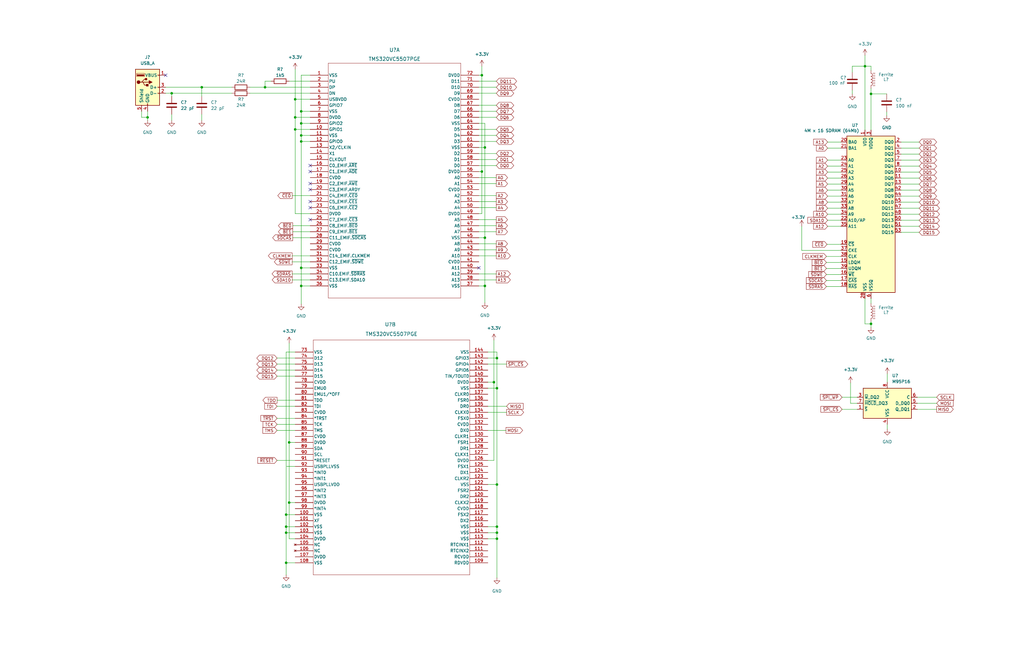
<source format=kicad_sch>
(kicad_sch (version 20211123) (generator eeschema)
  (paper "B")
  (lib_symbols
    (symbol "Beirdo:M95P16"
      (property "Reference" "U?" (at 2.0194 10.16 0))
      (property "Value" "M95P16" (at 2.0194 7.62 0))
      (symbol "M95P16_1_1"
        (rectangle (start -10.16 6.35) (end 10.16 -6.35) (stroke (width 0.254)) (fill (type background)))
        (pin input line (at -12.7 -2.54 0) (length 2.54) (name "~{S}") (number "1"))
        (pin output line (at 12.7 -2.54 180) (length 2.54) (name "Q_DQ1") (number "2"))
        (pin input line (at -12.7 2.54 0) (length 2.54) (name "~{W}_DQ2") (number "3"))
        (pin power_in line (at 0 -8.89 90) (length 2.54) (name "VSS") (number "4"))
        (pin input line (at 12.7 0 180) (length 2.54) (name "D_DQ0") (number "5"))
        (pin input line (at 12.7 2.54 180) (length 2.54) (name "C") (number "6"))
        (pin input line (at -12.7 0 0) (length 2.54) (name "~{HOLD}_DQ3") (number "7"))
        (pin power_in line (at 0 8.89 270) (length 2.54) (name "VCC") (number "8"))
      )
    )
    (symbol "Connector:USB_A" (pin_names (offset 1.016))
      (property "Reference" "J" (at -5.08 11.43 0))
      (property "Value" "USB_A" (at -5.08 8.89 0))
      (symbol "USB_A_0_1"
        (rectangle (start -5.08 -7.62) (end 5.08 7.62) (stroke (width 0.254)) (fill (type background)))
        (circle (center -3.81 2.159) (radius 0.635) (stroke (width 0.254)) (fill (type outline)))
        (rectangle (start -1.524 4.826) (end -4.318 5.334) (fill (type outline)))
        (rectangle (start -1.27 4.572) (end -4.572 5.842))
        (circle (center -0.635 3.429) (radius 0.381) (stroke (width 0.254)) (fill (type outline)))
        (rectangle (start -0.127 -7.62) (end 0.127 -6.858))
        (polyline (pts (xy -3.175 2.159) (xy -2.54 2.159) (xy -1.27 3.429) (xy -0.635 3.429)) (stroke (width 0.254)))
        (polyline (pts (xy -2.54 2.159) (xy -1.905 2.159) (xy -1.27 0.889) (xy 0 0.889)) (stroke (width 0.254)))
        (polyline (pts (xy 0.635 2.794) (xy 0.635 1.524) (xy 1.905 2.159) (xy 0.635 2.794)) (stroke (width 0.254)) (fill (type outline)))
        (rectangle (start 0.254 1.27) (end -0.508 0.508) (stroke (width 0.254)) (fill (type outline)))
        (rectangle (start 5.08 -2.667) (end 4.318 -2.413))
        (rectangle (start 5.08 -0.127) (end 4.318 0.127))
        (rectangle (start 5.08 4.953) (end 4.318 5.207))
      )
      (symbol "USB_A_1_1"
        (polyline (pts (xy -1.905 2.159) (xy 0.635 2.159)) (stroke (width 0.254)))
        (pin power_in line (at 7.62 5.08 180) (length 2.54) (name "VBUS") (number "1"))
        (pin bidirectional line (at 7.62 -2.54 180) (length 2.54) (name "D-") (number "2"))
        (pin bidirectional line (at 7.62 0 180) (length 2.54) (name "D+") (number "3"))
        (pin power_in line (at 0 -10.16 90) (length 2.54) (name "GND") (number "4"))
        (pin passive line (at -2.54 -10.16 90) (length 2.54) (name "Shield") (number "5"))
      )
    )
    (symbol "Device:C" (pin_numbers hide) (pin_names (offset 0.254))
      (property "Reference" "C" (at 0.635 2.54 0))
      (property "Value" "C" (at 0.635 -2.54 0))
      (symbol "C_0_1"
        (polyline (pts (xy -2.032 -0.762) (xy 2.032 -0.762)) (stroke (width 0.508)))
        (polyline (pts (xy -2.032 0.762) (xy 2.032 0.762)) (stroke (width 0.508)))
      )
      (symbol "C_1_1"
        (pin passive line (at 0 3.81 270) (length 2.794) (name "~") (number "1"))
        (pin passive line (at 0 -3.81 90) (length 2.794) (name "~") (number "2"))
      )
    )
    (symbol "Device:L_Ferrite" (pin_numbers hide) (pin_names (offset 1.016) hide)
      (property "Reference" "L" (at -1.27 0 90))
      (property "Value" "L_Ferrite" (at 2.794 0 90))
      (symbol "L_Ferrite_0_1"
        (arc (start 0 -2.54) (mid 0.635 -1.905) (end 0 -1.27))
        (arc (start 0 -1.27) (mid 0.635 -0.635) (end 0 0))
        (polyline (pts (xy 1.016 -2.794) (xy 1.016 -2.286)))
        (polyline (pts (xy 1.016 -1.778) (xy 1.016 -1.27)))
        (polyline (pts (xy 1.016 -0.762) (xy 1.016 -0.254)))
        (polyline (pts (xy 1.016 0.254) (xy 1.016 0.762)))
        (polyline (pts (xy 1.016 1.27) (xy 1.016 1.778)))
        (polyline (pts (xy 1.016 2.286) (xy 1.016 2.794)))
        (polyline (pts (xy 1.524 -2.286) (xy 1.524 -2.794)))
        (polyline (pts (xy 1.524 -1.27) (xy 1.524 -1.778)))
        (polyline (pts (xy 1.524 -0.254) (xy 1.524 -0.762)))
        (polyline (pts (xy 1.524 0.762) (xy 1.524 0.254)))
        (polyline (pts (xy 1.524 1.778) (xy 1.524 1.27)))
        (polyline (pts (xy 1.524 2.794) (xy 1.524 2.286)))
        (arc (start 0 0) (mid 0.635 0.635) (end 0 1.27))
        (arc (start 0 1.27) (mid 0.635 1.905) (end 0 2.54))
      )
      (symbol "L_Ferrite_1_1"
        (pin passive line (at 0 3.81 270) (length 1.27) (name "1") (number "1"))
        (pin passive line (at 0 -3.81 90) (length 1.27) (name "2") (number "2"))
      )
    )
    (symbol "Device:R" (pin_numbers hide) (pin_names (offset 0))
      (property "Reference" "R" (at 2.032 0 90))
      (property "Value" "R" (at 0 0 90))
      (symbol "R_0_1"
        (rectangle (start -1.016 -2.54) (end 1.016 2.54) (stroke (width 0.254)))
      )
      (symbol "R_1_1"
        (pin passive line (at 0 3.81 270) (length 1.27) (name "~") (number "1"))
        (pin passive line (at 0 -3.81 90) (length 1.27) (name "~") (number "2"))
      )
    )
    (symbol "Memory_RAM:AS4C4M16SA"
      (property "Reference" "U" (at -7.62 34.29 0))
      (property "Value" "AS4C4M16SA" (at 7.62 34.29 0))
      (symbol "AS4C4M16SA_0_1"
        (rectangle (start -10.16 33.02) (end 10.16 -33.02) (stroke (width 0.254)) (fill (type background)))
      )
      (symbol "AS4C4M16SA_1_1"
        (pin power_in line (at -2.54 35.56 270) (length 2.54) (name "VDD") (number "1"))
        (pin bidirectional line (at 12.7 17.78 180) (length 2.54) (name "DQ5") (number "10"))
        (pin bidirectional line (at 12.7 15.24 180) (length 2.54) (name "DQ6") (number "11"))
        (pin passive line (at 0 -35.56 90) (length 2.54) hide (name "VSSQ") (number "12"))
        (pin bidirectional line (at 12.7 12.7 180) (length 2.54) (name "DQ7") (number "13"))
        (pin passive line (at -2.54 35.56 270) (length 2.54) hide (name "VDD") (number "14"))
        (pin input line (at -12.7 -20.32 0) (length 2.54) (name "LDQM") (number "15"))
        (pin input line (at -12.7 -25.4 0) (length 2.54) (name "~{WE}") (number "16"))
        (pin input line (at -12.7 -27.94 0) (length 2.54) (name "~{CAS}") (number "17"))
        (pin input line (at -12.7 -30.48 0) (length 2.54) (name "~{RAS}") (number "18"))
        (pin input line (at -12.7 -12.7 0) (length 2.54) (name "~{CS}") (number "19"))
        (pin bidirectional line (at 12.7 30.48 180) (length 2.54) (name "DQ0") (number "2"))
        (pin input line (at -12.7 30.48 0) (length 2.54) (name "BA0") (number "20"))
        (pin input line (at -12.7 27.94 0) (length 2.54) (name "BA1") (number "21"))
        (pin input line (at -12.7 -2.54 0) (length 2.54) (name "A10/AP") (number "22"))
        (pin input line (at -12.7 22.86 0) (length 2.54) (name "A0") (number "23"))
        (pin input line (at -12.7 20.32 0) (length 2.54) (name "A1") (number "24"))
        (pin input line (at -12.7 17.78 0) (length 2.54) (name "A2") (number "25"))
        (pin input line (at -12.7 15.24 0) (length 2.54) (name "A3") (number "26"))
        (pin passive line (at -2.54 35.56 270) (length 2.54) hide (name "VDD") (number "27"))
        (pin power_in line (at -2.54 -35.56 90) (length 2.54) (name "VSS") (number "28"))
        (pin input line (at -12.7 12.7 0) (length 2.54) (name "A4") (number "29"))
        (pin power_in line (at 0 35.56 270) (length 2.54) (name "VDDQ") (number "3"))
        (pin input line (at -12.7 10.16 0) (length 2.54) (name "A5") (number "30"))
        (pin input line (at -12.7 7.62 0) (length 2.54) (name "A6") (number "31"))
        (pin input line (at -12.7 5.08 0) (length 2.54) (name "A7") (number "32"))
        (pin input line (at -12.7 2.54 0) (length 2.54) (name "A8") (number "33"))
        (pin input line (at -12.7 0 0) (length 2.54) (name "A9") (number "34"))
        (pin input line (at -12.7 -5.08 0) (length 2.54) (name "A11") (number "35"))
        (pin no_connect line (at 10.16 -17.78 180) (length 2.54) hide (name "NC") (number "36"))
        (pin input line (at -12.7 -15.24 0) (length 2.54) (name "CKE") (number "37"))
        (pin input line (at -12.7 -17.78 0) (length 2.54) (name "CLK") (number "38"))
        (pin input line (at -12.7 -22.86 0) (length 2.54) (name "UDQM") (number "39"))
        (pin bidirectional line (at 12.7 27.94 180) (length 2.54) (name "DQ1") (number "4"))
        (pin no_connect line (at 10.16 -20.32 180) (length 2.54) hide (name "NC/RFU") (number "40"))
        (pin passive line (at -2.54 -35.56 90) (length 2.54) hide (name "VSS") (number "41"))
        (pin bidirectional line (at 12.7 10.16 180) (length 2.54) (name "DQ8") (number "42"))
        (pin passive line (at 0 35.56 270) (length 2.54) hide (name "VDDQ") (number "43"))
        (pin bidirectional line (at 12.7 7.62 180) (length 2.54) (name "DQ9") (number "44"))
        (pin bidirectional line (at 12.7 5.08 180) (length 2.54) (name "DQ10") (number "45"))
        (pin passive line (at 0 -35.56 90) (length 2.54) hide (name "VSSQ") (number "46"))
        (pin bidirectional line (at 12.7 2.54 180) (length 2.54) (name "DQ11") (number "47"))
        (pin bidirectional line (at 12.7 0 180) (length 2.54) (name "DQ12") (number "48"))
        (pin passive line (at 0 35.56 270) (length 2.54) hide (name "VDDQ") (number "49"))
        (pin bidirectional line (at 12.7 25.4 180) (length 2.54) (name "DQ2") (number "5"))
        (pin bidirectional line (at 12.7 -2.54 180) (length 2.54) (name "DQ13") (number "50"))
        (pin bidirectional line (at 12.7 -5.08 180) (length 2.54) (name "DQ14") (number "51"))
        (pin passive line (at 0 -35.56 90) (length 2.54) hide (name "VSSQ") (number "52"))
        (pin bidirectional line (at 12.7 -7.62 180) (length 2.54) (name "DQ15") (number "53"))
        (pin passive line (at -2.54 -35.56 90) (length 2.54) hide (name "VSS") (number "54"))
        (pin power_in line (at 0 -35.56 90) (length 2.54) (name "VSSQ") (number "6"))
        (pin bidirectional line (at 12.7 22.86 180) (length 2.54) (name "DQ3") (number "7"))
        (pin bidirectional line (at 12.7 20.32 180) (length 2.54) (name "DQ4") (number "8"))
        (pin passive line (at 0 35.56 270) (length 2.54) hide (name "VDDQ") (number "9"))
      )
    )
    (symbol "UltraLibrarian:TMS320VC5507PGE" (pin_names (offset 0.254))
      (property "Reference" "U" (at 35.56 10.16 0))
      (property "Value" "TMS320VC5507PGE" (at 35.56 7.62 0))
      (symbol "TMS320VC5507PGE_1_1"
        (polyline (pts (xy 7.62 -93.98) (xy 63.5 -93.98)) (stroke (width 0.127)))
        (polyline (pts (xy 7.62 5.08) (xy 7.62 -93.98)) (stroke (width 0.127)))
        (polyline (pts (xy 63.5 -93.98) (xy 63.5 5.08)) (stroke (width 0.127)))
        (polyline (pts (xy 63.5 5.08) (xy 7.62 5.08)) (stroke (width 0.127)))
        (pin power_in line (at 0 0 0) (length 7.62) (name "VSS") (number "1"))
        (pin bidirectional line (at 0 -22.86 0) (length 7.62) (name "GPIO1") (number "10"))
        (pin power_in line (at 0 -25.4 0) (length 7.62) (name "VSS") (number "11"))
        (pin bidirectional line (at 0 -27.94 0) (length 7.62) (name "GPIO0") (number "12"))
        (pin bidirectional line (at 0 -30.48 0) (length 7.62) (name "X2/CLKIN") (number "13"))
        (pin output line (at 0 -33.02 0) (length 7.62) (name "X1") (number "14"))
        (pin output line (at 0 -35.56 0) (length 7.62) (name "CLKOUT") (number "15"))
        (pin bidirectional line (at 0 -38.1 0) (length 7.62) (name "C0_EMIF.~{ARE}") (number "16"))
        (pin bidirectional line (at 0 -40.64 0) (length 7.62) (name "C1_EMIF.~{AOE}") (number "17"))
        (pin power_in line (at 0 -43.18 0) (length 7.62) (name "CVDD") (number "18"))
        (pin bidirectional line (at 0 -45.72 0) (length 7.62) (name "C2_EMIF.~{AWE}") (number "19"))
        (pin output line (at 0 -2.54 0) (length 7.62) (name "PU") (number "2"))
        (pin bidirectional line (at 0 -48.26 0) (length 7.62) (name "C3_EMIF.ARDY") (number "20"))
        (pin bidirectional line (at 0 -50.8 0) (length 7.62) (name "C4_EMIF.~{CE0}") (number "21"))
        (pin bidirectional line (at 0 -53.34 0) (length 7.62) (name "C5_EMIF.~{CE1}") (number "22"))
        (pin bidirectional line (at 0 -55.88 0) (length 7.62) (name "C6_EMIF.~{CE2}") (number "23"))
        (pin power_in line (at 0 -58.42 0) (length 7.62) (name "DVDD") (number "24"))
        (pin bidirectional line (at 0 -60.96 0) (length 7.62) (name "C7_EMIF.~{CE3}") (number "25"))
        (pin bidirectional line (at 0 -63.5 0) (length 7.62) (name "C8_EMIF.~{BE0}") (number "26"))
        (pin bidirectional line (at 0 -66.04 0) (length 7.62) (name "C9_EMIF.~{BE1}") (number "27"))
        (pin bidirectional line (at 0 -68.58 0) (length 7.62) (name "C11_EMIF.~{SDCAS}") (number "28"))
        (pin power_in line (at 0 -71.12 0) (length 7.62) (name "CVDD") (number "29"))
        (pin bidirectional line (at 0 -5.08 0) (length 7.62) (name "DP") (number "3"))
        (pin power_in line (at 0 -73.66 0) (length 7.62) (name "CVDD") (number "30"))
        (pin bidirectional line (at 0 -76.2 0) (length 7.62) (name "C14_EMIF.CLKMEM") (number "31"))
        (pin bidirectional line (at 0 -78.74 0) (length 7.62) (name "C12_EMIF.~{SDWE}") (number "32"))
        (pin power_in line (at 0 -81.28 0) (length 7.62) (name "VSS") (number "33"))
        (pin bidirectional line (at 0 -83.82 0) (length 7.62) (name "C10.EMIF.~{SDRAS}") (number "34"))
        (pin bidirectional line (at 0 -86.36 0) (length 7.62) (name "C13.EMIF.SDA10") (number "35"))
        (pin power_in line (at 0 -88.9 0) (length 7.62) (name "VSS") (number "36"))
        (pin power_in line (at 71.12 -88.9 180) (length 7.62) (name "VSS") (number "37"))
        (pin bidirectional line (at 71.12 -86.36 180) (length 7.62) (name "A13") (number "38"))
        (pin bidirectional line (at 71.12 -83.82 180) (length 7.62) (name "A12") (number "39"))
        (pin bidirectional line (at 0 -7.62 0) (length 7.62) (name "DN") (number "4"))
        (pin bidirectional line (at 71.12 -81.28 180) (length 7.62) (name "A11") (number "40"))
        (pin power_in line (at 71.12 -78.74 180) (length 7.62) (name "CVDD") (number "41"))
        (pin bidirectional line (at 71.12 -76.2 180) (length 7.62) (name "A10") (number "42"))
        (pin bidirectional line (at 71.12 -73.66 180) (length 7.62) (name "A9") (number "43"))
        (pin bidirectional line (at 71.12 -71.12 180) (length 7.62) (name "A8") (number "44"))
        (pin power_in line (at 71.12 -68.58 180) (length 7.62) (name "VSS") (number "45"))
        (pin bidirectional line (at 71.12 -66.04 180) (length 7.62) (name "A7") (number "46"))
        (pin bidirectional line (at 71.12 -63.5 180) (length 7.62) (name "A6") (number "47"))
        (pin bidirectional line (at 71.12 -60.96 180) (length 7.62) (name "A5") (number "48"))
        (pin power_in line (at 71.12 -58.42 180) (length 7.62) (name "DVDD") (number "49"))
        (pin power_in line (at 0 -10.16 0) (length 7.62) (name "USBVDD") (number "5"))
        (pin bidirectional line (at 71.12 -55.88 180) (length 7.62) (name "A4") (number "50"))
        (pin bidirectional line (at 71.12 -53.34 180) (length 7.62) (name "A3") (number "51"))
        (pin bidirectional line (at 71.12 -50.8 180) (length 7.62) (name "A2") (number "52"))
        (pin power_in line (at 71.12 -48.26 180) (length 7.62) (name "CVDD") (number "53"))
        (pin bidirectional line (at 71.12 -45.72 180) (length 7.62) (name "A1") (number "54"))
        (pin bidirectional line (at 71.12 -43.18 180) (length 7.62) (name "A0") (number "55"))
        (pin power_in line (at 71.12 -40.64 180) (length 7.62) (name "DVDD") (number "56"))
        (pin bidirectional line (at 71.12 -38.1 180) (length 7.62) (name "D0") (number "57"))
        (pin bidirectional line (at 71.12 -35.56 180) (length 7.62) (name "D1") (number "58"))
        (pin bidirectional line (at 71.12 -33.02 180) (length 7.62) (name "D2") (number "59"))
        (pin bidirectional line (at 0 -12.7 0) (length 7.62) (name "GPIO7") (number "6"))
        (pin power_in line (at 71.12 -30.48 180) (length 7.62) (name "VSS") (number "60"))
        (pin bidirectional line (at 71.12 -27.94 180) (length 7.62) (name "D3") (number "61"))
        (pin bidirectional line (at 71.12 -25.4 180) (length 7.62) (name "D4") (number "62"))
        (pin bidirectional line (at 71.12 -22.86 180) (length 7.62) (name "D5") (number "63"))
        (pin power_in line (at 71.12 -20.32 180) (length 7.62) (name "VSS") (number "64"))
        (pin bidirectional line (at 71.12 -17.78 180) (length 7.62) (name "D6") (number "65"))
        (pin bidirectional line (at 71.12 -15.24 180) (length 7.62) (name "D7") (number "66"))
        (pin bidirectional line (at 71.12 -12.7 180) (length 7.62) (name "D8") (number "67"))
        (pin power_in line (at 71.12 -10.16 180) (length 7.62) (name "CVDD") (number "68"))
        (pin bidirectional line (at 71.12 -7.62 180) (length 7.62) (name "D9") (number "69"))
        (pin power_in line (at 0 -15.24 0) (length 7.62) (name "VSS") (number "7"))
        (pin bidirectional line (at 71.12 -5.08 180) (length 7.62) (name "D10") (number "70"))
        (pin bidirectional line (at 71.12 -2.54 180) (length 7.62) (name "D11") (number "71"))
        (pin power_in line (at 71.12 0 180) (length 7.62) (name "DVDD") (number "72"))
        (pin power_in line (at 0 -17.78 0) (length 7.62) (name "DVDD") (number "8"))
        (pin bidirectional line (at 0 -20.32 0) (length 7.62) (name "GPIO2") (number "9"))
      )
      (symbol "TMS320VC5507PGE_2_1"
        (polyline (pts (xy 7.62 -93.98) (xy 73.66 -93.98)) (stroke (width 0.127)))
        (polyline (pts (xy 7.62 5.08) (xy 7.62 -93.98)) (stroke (width 0.127)))
        (polyline (pts (xy 73.66 -93.98) (xy 73.66 5.08)) (stroke (width 0.127)))
        (polyline (pts (xy 73.66 5.08) (xy 7.62 5.08)) (stroke (width 0.127)))
        (pin power_in line (at 0 -68.58 0) (length 7.62) (name "VSS") (number "100"))
        (pin output line (at 0 -71.12 0) (length 7.62) (name "XF") (number "101"))
        (pin power_in line (at 0 -73.66 0) (length 7.62) (name "VSS") (number "102"))
        (pin power_in line (at 0 -76.2 0) (length 7.62) (name "VSS") (number "103"))
        (pin power_in line (at 0 -78.74 0) (length 7.62) (name "DVDD") (number "104"))
        (pin no_connect line (at 0 -81.28 0) (length 7.62) (name "NC") (number "105"))
        (pin no_connect line (at 0 -83.82 0) (length 7.62) (name "NC") (number "106"))
        (pin power_in line (at 0 -86.36 0) (length 7.62) (name "DVDD") (number "107"))
        (pin power_in line (at 0 -88.9 0) (length 7.62) (name "VSS") (number "108"))
        (pin power_in line (at 81.28 -88.9 180) (length 7.62) (name "RDVDD") (number "109"))
        (pin power_in line (at 81.28 -86.36 180) (length 7.62) (name "RCVDD") (number "110"))
        (pin output line (at 81.28 -83.82 180) (length 7.62) (name "RTCINX2") (number "111"))
        (pin input line (at 81.28 -81.28 180) (length 7.62) (name "RTCINX1") (number "112"))
        (pin power_in line (at 81.28 -78.74 180) (length 7.62) (name "VSS") (number "113"))
        (pin power_in line (at 81.28 -76.2 180) (length 7.62) (name "VSS") (number "114"))
        (pin power_in line (at 81.28 -73.66 180) (length 7.62) (name "VSS") (number "115"))
        (pin output line (at 81.28 -71.12 180) (length 7.62) (name "DX2") (number "116"))
        (pin bidirectional line (at 81.28 -68.58 180) (length 7.62) (name "FSX2") (number "117"))
        (pin power_in line (at 81.28 -66.04 180) (length 7.62) (name "CVDD") (number "118"))
        (pin bidirectional line (at 81.28 -63.5 180) (length 7.62) (name "CLKX2") (number "119"))
        (pin input line (at 81.28 -60.96 180) (length 7.62) (name "DR2") (number "120"))
        (pin input line (at 81.28 -58.42 180) (length 7.62) (name "FSR2") (number "121"))
        (pin power_in line (at 81.28 -55.88 180) (length 7.62) (name "VSS") (number "122"))
        (pin bidirectional line (at 81.28 -53.34 180) (length 7.62) (name "CLKR2") (number "123"))
        (pin output line (at 81.28 -50.8 180) (length 7.62) (name "DX1") (number "124"))
        (pin bidirectional line (at 81.28 -48.26 180) (length 7.62) (name "FSX1") (number "125"))
        (pin power_in line (at 81.28 -45.72 180) (length 7.62) (name "DVDD") (number "126"))
        (pin bidirectional line (at 81.28 -43.18 180) (length 7.62) (name "CLKX1") (number "127"))
        (pin input line (at 81.28 -40.64 180) (length 7.62) (name "DR1") (number "128"))
        (pin input line (at 81.28 -38.1 180) (length 7.62) (name "FSR1") (number "129"))
        (pin bidirectional line (at 81.28 -35.56 180) (length 7.62) (name "CLKR1") (number "130"))
        (pin output line (at 81.28 -33.02 180) (length 7.62) (name "DX0") (number "131"))
        (pin power_in line (at 81.28 -30.48 180) (length 7.62) (name "CVDD") (number "132"))
        (pin bidirectional line (at 81.28 -27.94 180) (length 7.62) (name "FSX0") (number "133"))
        (pin bidirectional line (at 81.28 -25.4 180) (length 7.62) (name "CLKX0") (number "134"))
        (pin input line (at 81.28 -22.86 180) (length 7.62) (name "DR0") (number "135"))
        (pin bidirectional line (at 81.28 -20.32 180) (length 7.62) (name "FSR0") (number "136"))
        (pin bidirectional line (at 81.28 -17.78 180) (length 7.62) (name "CLKR0") (number "137"))
        (pin power_in line (at 81.28 -15.24 180) (length 7.62) (name "VSS") (number "138"))
        (pin power_in line (at 81.28 -12.7 180) (length 7.62) (name "DVDD") (number "139"))
        (pin bidirectional line (at 81.28 -10.16 180) (length 7.62) (name "TIN/TOUT0") (number "140"))
        (pin bidirectional line (at 81.28 -7.62 180) (length 7.62) (name "GPIO6") (number "141"))
        (pin bidirectional line (at 81.28 -5.08 180) (length 7.62) (name "GPIO4") (number "142"))
        (pin bidirectional line (at 81.28 -2.54 180) (length 7.62) (name "GPIO3") (number "143"))
        (pin power_in line (at 81.28 0 180) (length 7.62) (name "VSS") (number "144"))
        (pin power_in line (at 0 0 0) (length 7.62) (name "VSS") (number "73"))
        (pin bidirectional line (at 0 -2.54 0) (length 7.62) (name "D12") (number "74"))
        (pin bidirectional line (at 0 -5.08 0) (length 7.62) (name "D13") (number "75"))
        (pin bidirectional line (at 0 -7.62 0) (length 7.62) (name "D14") (number "76"))
        (pin bidirectional line (at 0 -10.16 0) (length 7.62) (name "D15") (number "77"))
        (pin power_in line (at 0 -12.7 0) (length 7.62) (name "CVDD") (number "78"))
        (pin bidirectional line (at 0 -15.24 0) (length 7.62) (name "EMU0") (number "79"))
        (pin bidirectional line (at 0 -17.78 0) (length 7.62) (name "EMU1/*OFF") (number "80"))
        (pin output line (at 0 -20.32 0) (length 7.62) (name "TDO") (number "81"))
        (pin input line (at 0 -22.86 0) (length 7.62) (name "TDI") (number "82"))
        (pin power_in line (at 0 -25.4 0) (length 7.62) (name "CVDD") (number "83"))
        (pin input line (at 0 -27.94 0) (length 7.62) (name "*TRST") (number "84"))
        (pin input line (at 0 -30.48 0) (length 7.62) (name "TCK") (number "85"))
        (pin input line (at 0 -33.02 0) (length 7.62) (name "TMS") (number "86"))
        (pin power_in line (at 0 -35.56 0) (length 7.62) (name "CVDD") (number "87"))
        (pin power_in line (at 0 -38.1 0) (length 7.62) (name "DVDD") (number "88"))
        (pin bidirectional line (at 0 -40.64 0) (length 7.62) (name "SDA") (number "89"))
        (pin bidirectional line (at 0 -43.18 0) (length 7.62) (name "SCL") (number "90"))
        (pin input line (at 0 -45.72 0) (length 7.62) (name "*RESET") (number "91"))
        (pin power_in line (at 0 -48.26 0) (length 7.62) (name "USBPLLVSS") (number "92"))
        (pin input line (at 0 -50.8 0) (length 7.62) (name "*INT0") (number "93"))
        (pin input line (at 0 -53.34 0) (length 7.62) (name "*INT1") (number "94"))
        (pin power_in line (at 0 -55.88 0) (length 7.62) (name "USBPLLVDD") (number "95"))
        (pin input line (at 0 -58.42 0) (length 7.62) (name "*INT2") (number "96"))
        (pin input line (at 0 -60.96 0) (length 7.62) (name "*INT3") (number "97"))
        (pin power_in line (at 0 -63.5 0) (length 7.62) (name "DVDD") (number "98"))
        (pin input line (at 0 -66.04 0) (length 7.62) (name "*INT4") (number "99"))
      )
    )
    (symbol "power:+3.3V" (power) (pin_names (offset 0))
      (property "Value" "+3.3V" (at 0 3.556 0))
      (symbol "+3.3V_0_1"
        (polyline (pts (xy -0.762 1.27) (xy 0 2.54)))
        (polyline (pts (xy 0 0) (xy 0 2.54)))
        (polyline (pts (xy 0 2.54) (xy 0.762 1.27)))
      )
      (symbol "+3.3V_1_1"
        (pin power_in line (at 0 0 90) (length 0) hide (name "+3.3V") (number "1"))
      )
    )
    (symbol "power:GND" (power) (pin_names (offset 0))
      (property "Value" "GND" (at 0 -3.81 0))
      (symbol "GND_0_1"
        (polyline (pts (xy 0 0) (xy 0 -1.27) (xy 1.27 -1.27) (xy 0 -2.54) (xy -1.27 -1.27) (xy 0 -1.27)))
      )
      (symbol "GND_1_1"
        (pin power_in line (at 0 0 270) (length 0) hide (name "GND") (number "1"))
      )
    )
  )
  (junction (at 120.65 237.49))
  (junction (at 209.55 222.25))
  (junction (at 72.39 39.37))
  (junction (at 120.65 224.79))
  (junction (at 127 46.99))
  (junction (at 208.28 161.29))
  (junction (at 124.46 41.91))
  (junction (at 127 113.03))
  (junction (at 111.76 36.83))
  (junction (at 124.46 54.61))
  (junction (at 203.2 72.39))
  (junction (at 121.92 186.69))
  (junction (at 127 59.69))
  (junction (at 120.65 217.17))
  (junction (at 209.55 151.13))
  (junction (at 209.55 204.47))
  (junction (at 209.55 224.79))
  (junction (at 209.55 227.33))
  (junction (at 127 57.15))
  (junction (at 367.284 39.624))
  (junction (at 62.23 49.53))
  (junction (at 121.92 212.09))
  (junction (at 204.47 100.33))
  (junction (at 203.2 31.75))
  (junction (at 204.47 120.65))
  (junction (at 367.284 136.652))
  (junction (at 364.744 27.94))
  (junction (at 127 52.07))
  (junction (at 204.47 62.23))
  (junction (at 85.09 36.83))
  (junction (at 124.46 49.53))
  (junction (at 127 120.65))
  (junction (at 120.65 222.25))
  (junction (at 209.55 163.83))
  (no_connect (at 130.81 87.63))
  (no_connect (at 69.85 31.75))
  (no_connect (at 130.81 92.71))
  (no_connect (at 130.81 77.47))
  (no_connect (at 130.81 69.85))
  (no_connect (at 201.93 113.03))
  (no_connect (at 130.81 85.09))
  (no_connect (at 130.81 72.39))
  (no_connect (at 130.81 80.01))
  (wire (pts (xy 127 120.65) (xy 127 128.27)))
  (wire (pts (xy 201.93 59.69) (xy 209.296 59.69)))
  (wire (pts (xy 379.984 80.264) (xy 387.604 80.264)))
  (wire (pts (xy 205.74 181.61) (xy 213.36 181.61)))
  (wire (pts (xy 72.39 48.26) (xy 72.39 50.8)))
  (wire (pts (xy 205.74 163.83) (xy 209.55 163.83)))
  (wire (pts (xy 205.74 153.67) (xy 213.614 153.67)))
  (wire (pts (xy 72.39 39.37) (xy 97.79 39.37)))
  (wire (pts (xy 205.74 171.45) (xy 213.614 171.45)))
  (wire (pts (xy 348.996 80.264) (xy 354.584 80.264)))
  (wire (pts (xy 201.93 97.79) (xy 209.296 97.79)))
  (wire (pts (xy 116.84 168.91) (xy 124.46 168.91)))
  (wire (pts (xy 203.2 72.39) (xy 203.2 90.17)))
  (wire (pts (xy 123.19 107.95) (xy 130.81 107.95)))
  (wire (pts (xy 201.93 69.85) (xy 209.296 69.85)))
  (wire (pts (xy 364.744 27.94) (xy 364.744 54.864)))
  (wire (pts (xy 379.984 85.344) (xy 387.604 85.344)))
  (wire (pts (xy 124.46 54.61) (xy 124.46 49.53)))
  (wire (pts (xy 373.888 47.244) (xy 373.888 48.768)))
  (wire (pts (xy 204.47 62.23) (xy 204.47 100.33)))
  (wire (pts (xy 123.19 118.11) (xy 130.81 118.11)))
  (wire (pts (xy 379.984 65.024) (xy 387.604 65.024)))
  (wire (pts (xy 85.09 36.83) (xy 85.09 40.64)))
  (wire (pts (xy 72.39 39.37) (xy 72.39 40.64)))
  (wire (pts (xy 121.92 227.33) (xy 121.92 212.09)))
  (wire (pts (xy 364.744 27.94) (xy 367.284 27.94)))
  (wire (pts (xy 359.41 38.1) (xy 359.41 39.624)))
  (wire (pts (xy 120.65 217.17) (xy 124.46 217.17)))
  (wire (pts (xy 367.284 39.624) (xy 373.888 39.624)))
  (wire (pts (xy 209.55 243.84) (xy 209.55 227.33)))
  (wire (pts (xy 348.996 90.424) (xy 354.584 90.424)))
  (wire (pts (xy 123.444 97.79) (xy 130.81 97.79)))
  (wire (pts (xy 348.996 77.724) (xy 354.584 77.724)))
  (wire (pts (xy 116.84 179.07) (xy 124.46 179.07)))
  (wire (pts (xy 127 46.99) (xy 130.81 46.99)))
  (wire (pts (xy 204.47 52.07) (xy 204.47 62.23)))
  (wire (pts (xy 116.84 153.67) (xy 124.46 153.67)))
  (wire (pts (xy 379.984 77.724) (xy 387.604 77.724)))
  (wire (pts (xy 127 113.03) (xy 127 120.65)))
  (wire (pts (xy 379.984 75.184) (xy 387.604 75.184)))
  (wire (pts (xy 201.93 85.09) (xy 209.296 85.09)))
  (wire (pts (xy 121.92 186.69) (xy 121.92 212.09)))
  (wire (pts (xy 201.93 52.07) (xy 204.47 52.07)))
  (wire (pts (xy 379.984 90.424) (xy 387.604 90.424)))
  (wire (pts (xy 348.488 108.204) (xy 354.584 108.204)))
  (wire (pts (xy 348.996 62.484) (xy 354.584 62.484)))
  (wire (pts (xy 121.92 186.69) (xy 124.46 186.69)))
  (wire (pts (xy 116.84 194.31) (xy 124.46 194.31)))
  (wire (pts (xy 201.93 36.83) (xy 209.296 36.83)))
  (wire (pts (xy 127 57.15) (xy 127 59.69)))
  (wire (pts (xy 62.23 46.99) (xy 62.23 49.53)))
  (wire (pts (xy 367.284 29.718) (xy 367.284 27.94)))
  (wire (pts (xy 59.69 49.53) (xy 62.23 49.53)))
  (wire (pts (xy 120.65 237.49) (xy 124.46 237.49)))
  (wire (pts (xy 127 120.65) (xy 130.81 120.65)))
  (wire (pts (xy 201.93 82.55) (xy 209.296 82.55)))
  (wire (pts (xy 201.93 90.17) (xy 203.2 90.17)))
  (wire (pts (xy 124.46 29.21) (xy 124.46 41.91)))
  (wire (pts (xy 116.84 156.21) (xy 124.46 156.21)))
  (wire (pts (xy 367.284 125.984) (xy 367.284 128.016)))
  (wire (pts (xy 120.65 237.49) (xy 120.65 224.79)))
  (wire (pts (xy 359.41 27.94) (xy 364.744 27.94)))
  (wire (pts (xy 205.74 224.79) (xy 209.55 224.79)))
  (wire (pts (xy 127 59.69) (xy 130.81 59.69)))
  (wire (pts (xy 355.092 172.72) (xy 361.442 172.72)))
  (wire (pts (xy 348.488 115.824) (xy 354.584 115.824)))
  (wire (pts (xy 364.744 125.984) (xy 364.744 136.652)))
  (wire (pts (xy 127 31.75) (xy 130.81 31.75)))
  (wire (pts (xy 348.488 118.364) (xy 354.584 118.364)))
  (wire (pts (xy 367.284 39.624) (xy 367.284 54.864)))
  (wire (pts (xy 374.142 179.07) (xy 374.142 181.102)))
  (wire (pts (xy 367.284 37.338) (xy 367.284 39.624)))
  (wire (pts (xy 364.744 136.652) (xy 367.284 136.652)))
  (wire (pts (xy 201.93 72.39) (xy 203.2 72.39)))
  (wire (pts (xy 348.996 95.504) (xy 354.584 95.504)))
  (wire (pts (xy 201.93 57.15) (xy 209.296 57.15)))
  (wire (pts (xy 348.996 82.804) (xy 354.584 82.804)))
  (wire (pts (xy 205.74 148.59) (xy 209.55 148.59)))
  (wire (pts (xy 130.81 49.53) (xy 124.46 49.53)))
  (wire (pts (xy 69.85 36.83) (xy 85.09 36.83)))
  (wire (pts (xy 379.984 82.804) (xy 387.604 82.804)))
  (wire (pts (xy 116.84 171.45) (xy 124.46 171.45)))
  (wire (pts (xy 205.74 173.99) (xy 213.614 173.99)))
  (wire (pts (xy 120.65 224.79) (xy 120.65 222.25)))
  (wire (pts (xy 111.76 34.29) (xy 111.76 36.83)))
  (wire (pts (xy 348.488 120.904) (xy 354.584 120.904)))
  (wire (pts (xy 209.55 227.33) (xy 209.55 224.79)))
  (wire (pts (xy 348.996 92.964) (xy 354.584 92.964)))
  (wire (pts (xy 209.55 204.47) (xy 209.55 163.83)))
  (wire (pts (xy 379.984 72.644) (xy 387.604 72.644)))
  (wire (pts (xy 379.984 98.044) (xy 387.604 98.044)))
  (wire (pts (xy 114.3 34.29) (xy 111.76 34.29)))
  (wire (pts (xy 127 59.69) (xy 127 113.03)))
  (wire (pts (xy 205.74 227.33) (xy 209.55 227.33)))
  (wire (pts (xy 116.84 181.61) (xy 124.46 181.61)))
  (wire (pts (xy 209.55 151.13) (xy 209.55 148.59)))
  (wire (pts (xy 127 31.75) (xy 127 46.99)))
  (wire (pts (xy 201.93 44.45) (xy 209.296 44.45)))
  (wire (pts (xy 59.69 46.99) (xy 59.69 49.53)))
  (wire (pts (xy 203.2 27.94) (xy 203.2 31.75)))
  (wire (pts (xy 348.996 70.104) (xy 354.584 70.104)))
  (wire (pts (xy 120.65 222.25) (xy 120.65 217.17)))
  (wire (pts (xy 130.81 54.61) (xy 124.46 54.61)))
  (wire (pts (xy 374.142 157.734) (xy 374.142 161.29)))
  (wire (pts (xy 201.93 107.95) (xy 209.296 107.95)))
  (wire (pts (xy 348.996 87.884) (xy 354.584 87.884)))
  (wire (pts (xy 205.74 194.31) (xy 208.28 194.31)))
  (wire (pts (xy 120.65 148.59) (xy 124.46 148.59)))
  (wire (pts (xy 358.648 170.18) (xy 361.442 170.18)))
  (wire (pts (xy 348.488 113.284) (xy 354.584 113.284)))
  (wire (pts (xy 205.74 151.13) (xy 209.55 151.13)))
  (wire (pts (xy 348.996 85.344) (xy 354.584 85.344)))
  (wire (pts (xy 201.93 92.71) (xy 209.296 92.71)))
  (wire (pts (xy 209.55 163.83) (xy 209.55 151.13)))
  (wire (pts (xy 124.46 41.91) (xy 130.81 41.91)))
  (wire (pts (xy 364.744 23.368) (xy 364.744 27.94)))
  (wire (pts (xy 120.65 242.57) (xy 120.65 237.49)))
  (wire (pts (xy 208.28 161.29) (xy 205.74 161.29)))
  (wire (pts (xy 354.584 105.664) (xy 338.074 105.664)))
  (wire (pts (xy 338.074 105.664) (xy 338.074 95.504)))
  (wire (pts (xy 120.65 222.25) (xy 124.46 222.25)))
  (wire (pts (xy 201.93 118.11) (xy 209.296 118.11)))
  (wire (pts (xy 348.996 75.184) (xy 354.584 75.184)))
  (wire (pts (xy 201.93 100.33) (xy 204.47 100.33)))
  (wire (pts (xy 201.93 105.41) (xy 209.296 105.41)))
  (wire (pts (xy 348.488 110.744) (xy 354.584 110.744)))
  (wire (pts (xy 204.47 100.33) (xy 204.47 120.65)))
  (wire (pts (xy 386.842 172.72) (xy 394.97 172.72)))
  (wire (pts (xy 201.93 95.25) (xy 209.296 95.25)))
  (wire (pts (xy 201.93 102.87) (xy 209.296 102.87)))
  (wire (pts (xy 201.93 39.37) (xy 209.296 39.37)))
  (wire (pts (xy 348.996 72.644) (xy 354.584 72.644)))
  (wire (pts (xy 127 46.99) (xy 127 52.07)))
  (wire (pts (xy 111.76 36.83) (xy 130.81 36.83)))
  (wire (pts (xy 123.19 82.55) (xy 130.81 82.55)))
  (wire (pts (xy 355.092 167.64) (xy 361.442 167.64)))
  (wire (pts (xy 348.742 103.124) (xy 354.584 103.124)))
  (wire (pts (xy 379.984 70.104) (xy 387.604 70.104)))
  (wire (pts (xy 201.93 54.61) (xy 209.296 54.61)))
  (wire (pts (xy 124.46 196.85) (xy 120.904 196.85)))
  (wire (pts (xy 367.284 136.652) (xy 367.284 138.176)))
  (wire (pts (xy 209.55 224.79) (xy 209.55 222.25)))
  (wire (pts (xy 121.92 34.29) (xy 130.81 34.29)))
  (wire (pts (xy 204.47 120.65) (xy 204.47 127.762)))
  (wire (pts (xy 127 52.07) (xy 127 57.15)))
  (wire (pts (xy 386.842 167.64) (xy 394.97 167.64)))
  (wire (pts (xy 379.984 92.964) (xy 387.604 92.964)))
  (wire (pts (xy 116.84 151.13) (xy 124.46 151.13)))
  (wire (pts (xy 208.28 194.31) (xy 208.28 161.29)))
  (wire (pts (xy 205.74 222.25) (xy 209.55 222.25)))
  (wire (pts (xy 201.93 74.93) (xy 209.296 74.93)))
  (wire (pts (xy 127 52.07) (xy 130.81 52.07)))
  (wire (pts (xy 116.84 158.75) (xy 124.46 158.75)))
  (wire (pts (xy 124.46 212.09) (xy 121.92 212.09)))
  (wire (pts (xy 201.93 64.77) (xy 209.296 64.77)))
  (wire (pts (xy 379.984 87.884) (xy 387.604 87.884)))
  (wire (pts (xy 201.93 67.31) (xy 209.296 67.31)))
  (wire (pts (xy 209.55 222.25) (xy 209.55 204.47)))
  (wire (pts (xy 120.65 224.79) (xy 124.46 224.79)))
  (wire (pts (xy 348.996 59.944) (xy 354.584 59.944)))
  (wire (pts (xy 123.444 95.25) (xy 130.81 95.25)))
  (wire (pts (xy 205.74 204.47) (xy 209.55 204.47)))
  (wire (pts (xy 379.984 59.944) (xy 387.604 59.944)))
  (wire (pts (xy 62.23 49.53) (xy 62.23 50.8)))
  (wire (pts (xy 379.984 62.484) (xy 387.604 62.484)))
  (wire (pts (xy 201.93 87.63) (xy 209.296 87.63)))
  (wire (pts (xy 203.2 72.39) (xy 203.2 31.75)))
  (wire (pts (xy 116.84 176.53) (xy 124.46 176.53)))
  (wire (pts (xy 201.93 34.29) (xy 209.296 34.29)))
  (wire (pts (xy 208.28 143.51) (xy 208.28 161.29)))
  (wire (pts (xy 201.93 115.57) (xy 209.296 115.57)))
  (wire (pts (xy 358.648 161.544) (xy 358.648 170.18)))
  (wire (pts (xy 123.444 100.33) (xy 130.81 100.33)))
  (wire (pts (xy 203.2 31.75) (xy 201.93 31.75)))
  (wire (pts (xy 124.46 227.33) (xy 121.92 227.33)))
  (wire (pts (xy 386.842 170.18) (xy 394.97 170.18)))
  (wire (pts (xy 120.65 217.17) (xy 120.65 148.59)))
  (wire (pts (xy 123.19 115.57) (xy 130.81 115.57)))
  (wire (pts (xy 201.93 62.23) (xy 204.47 62.23)))
  (wire (pts (xy 124.46 49.53) (xy 124.46 41.91)))
  (wire (pts (xy 85.09 36.83) (xy 97.79 36.83)))
  (wire (pts (xy 127 57.15) (xy 130.81 57.15)))
  (wire (pts (xy 130.81 90.17) (xy 124.46 90.17)))
  (wire (pts (xy 201.93 49.53) (xy 209.296 49.53)))
  (wire (pts (xy 201.93 46.99) (xy 209.296 46.99)))
  (wire (pts (xy 85.09 48.26) (xy 85.09 50.8)))
  (wire (pts (xy 123.19 110.49) (xy 130.81 110.49)))
  (wire (pts (xy 121.92 144.78) (xy 121.92 186.69)))
  (wire (pts (xy 127 113.03) (xy 130.81 113.03)))
  (wire (pts (xy 201.93 120.65) (xy 204.47 120.65)))
  (wire (pts (xy 367.284 135.636) (xy 367.284 136.652)))
  (wire (pts (xy 379.984 67.564) (xy 387.604 67.564)))
  (wire (pts (xy 201.93 77.47) (xy 209.296 77.47)))
  (wire (pts (xy 379.984 95.504) (xy 387.604 95.504)))
  (wire (pts (xy 105.41 36.83) (xy 111.76 36.83)))
  (wire (pts (xy 359.41 30.48) (xy 359.41 27.94)))
  (wire (pts (xy 124.46 90.17) (xy 124.46 54.61)))
  (wire (pts (xy 69.85 39.37) (xy 72.39 39.37)))
  (wire (pts (xy 105.41 39.37) (xy 130.81 39.37)))
  (wire (pts (xy 348.996 67.564) (xy 354.584 67.564)))
  (global_label "~{CE0}" (shape input) (at 348.742 103.124 180) (property "Intersheet References" "${INTERSHEET_REFS}" (at 342.7003 103.0446 0) (effects (justify right))))
  (global_label "~{SPI_CS}" (shape input) (at 355.092 172.72 180) (property "Intersheet References" "${INTERSHEET_REFS}" (at 346.1475 172.6406 0) (effects (justify right))))
  (global_label "DQ1" (shape bidirectional) (at 387.604 62.484 0) (property "Intersheet References" "${INTERSHEET_REFS}" (at 393.8271 62.4046 0) (effects (justify left))))
  (global_label "A3" (shape output) (at 209.296 85.09 0) (property "Intersheet References" "${INTERSHEET_REFS}" (at 214.0072 85.0106 0) (effects (justify left))))
  (global_label "A0" (shape input) (at 348.996 62.484 180) (property "Intersheet References" "${INTERSHEET_REFS}" (at 344.2848 62.4046 0) (effects (justify right))))
  (global_label "SDA10" (shape output) (at 123.19 118.11 180) (property "Intersheet References" "${INTERSHEET_REFS}" (at 114.7898 118.0306 0) (effects (justify right))))
  (global_label "DQ7" (shape bidirectional) (at 209.296 46.99 0) (property "Intersheet References" "${INTERSHEET_REFS}" (at 215.5191 47.0694 0) (effects (justify left))))
  (global_label "A8" (shape output) (at 209.296 102.87 0) (property "Intersheet References" "${INTERSHEET_REFS}" (at 214.0072 102.7906 0) (effects (justify left))))
  (global_label "A7" (shape input) (at 348.996 82.804 180) (property "Intersheet References" "${INTERSHEET_REFS}" (at 344.2848 82.7246 0) (effects (justify right))))
  (global_label "DQ13" (shape bidirectional) (at 387.604 92.964 0) (property "Intersheet References" "${INTERSHEET_REFS}" (at 395.0366 92.8846 0) (effects (justify left))))
  (global_label "DQ11" (shape bidirectional) (at 209.296 34.29 0) (property "Intersheet References" "${INTERSHEET_REFS}" (at 216.7286 34.3694 0) (effects (justify left))))
  (global_label "DQ3" (shape bidirectional) (at 387.604 67.564 0) (property "Intersheet References" "${INTERSHEET_REFS}" (at 393.8271 67.4846 0) (effects (justify left))))
  (global_label "A4" (shape input) (at 348.996 75.184 180) (property "Intersheet References" "${INTERSHEET_REFS}" (at 344.2848 75.1046 0) (effects (justify right))))
  (global_label "DQ9" (shape bidirectional) (at 387.604 82.804 0) (property "Intersheet References" "${INTERSHEET_REFS}" (at 393.8271 82.7246 0) (effects (justify left))))
  (global_label "DQ12" (shape bidirectional) (at 387.604 90.424 0) (property "Intersheet References" "${INTERSHEET_REFS}" (at 395.0366 90.3446 0) (effects (justify left))))
  (global_label "A1" (shape input) (at 348.996 67.564 180) (property "Intersheet References" "${INTERSHEET_REFS}" (at 344.2848 67.4846 0) (effects (justify right))))
  (global_label "~{TRST}" (shape input) (at 116.84 176.53 180) (property "Intersheet References" "${INTERSHEET_REFS}" (at 110.0121 176.4506 0) (effects (justify right))))
  (global_label "DQ15" (shape bidirectional) (at 116.84 158.75 180) (property "Intersheet References" "${INTERSHEET_REFS}" (at 109.4074 158.6706 0) (effects (justify right))))
  (global_label "DQ2" (shape bidirectional) (at 387.604 65.024 0) (property "Intersheet References" "${INTERSHEET_REFS}" (at 393.8271 64.9446 0) (effects (justify left))))
  (global_label "DQ1" (shape bidirectional) (at 209.296 67.31 0) (property "Intersheet References" "${INTERSHEET_REFS}" (at 215.5191 67.3894 0) (effects (justify left))))
  (global_label "DQ10" (shape bidirectional) (at 209.296 36.83 0) (property "Intersheet References" "${INTERSHEET_REFS}" (at 216.7286 36.9094 0) (effects (justify left))))
  (global_label "A9" (shape input) (at 348.996 87.884 180) (property "Intersheet References" "${INTERSHEET_REFS}" (at 344.2848 87.8046 0) (effects (justify right))))
  (global_label "~{SDCAS}" (shape output) (at 123.444 100.33 180) (property "Intersheet References" "${INTERSHEET_REFS}" (at 114.9833 100.2506 0) (effects (justify right))))
  (global_label "TCK" (shape input) (at 116.84 179.07 180) (property "Intersheet References" "${INTERSHEET_REFS}" (at 110.9193 178.9906 0) (effects (justify right))))
  (global_label "SDA10" (shape input) (at 348.996 92.964 180) (property "Intersheet References" "${INTERSHEET_REFS}" (at 340.5958 92.8846 0) (effects (justify right))))
  (global_label "DQ9" (shape bidirectional) (at 209.296 39.37 0) (property "Intersheet References" "${INTERSHEET_REFS}" (at 215.5191 39.4494 0) (effects (justify left))))
  (global_label "DQ6" (shape bidirectional) (at 387.604 75.184 0) (property "Intersheet References" "${INTERSHEET_REFS}" (at 393.8271 75.1046 0) (effects (justify left))))
  (global_label "~{BE1}" (shape output) (at 123.444 97.79 180) (property "Intersheet References" "${INTERSHEET_REFS}" (at 117.4023 97.7106 0) (effects (justify right))))
  (global_label "A6" (shape input) (at 348.996 80.264 180) (property "Intersheet References" "${INTERSHEET_REFS}" (at 344.2848 80.1846 0) (effects (justify right))))
  (global_label "A2" (shape input) (at 348.996 70.104 180) (property "Intersheet References" "${INTERSHEET_REFS}" (at 344.2848 70.0246 0) (effects (justify right))))
  (global_label "DQ0" (shape bidirectional) (at 387.604 59.944 0) (property "Intersheet References" "${INTERSHEET_REFS}" (at 393.8271 59.8646 0) (effects (justify left))))
  (global_label "DQ3" (shape bidirectional) (at 209.296 59.69 0) (property "Intersheet References" "${INTERSHEET_REFS}" (at 215.5191 59.7694 0) (effects (justify left))))
  (global_label "A3" (shape input) (at 348.996 72.644 180) (property "Intersheet References" "${INTERSHEET_REFS}" (at 344.2848 72.5646 0) (effects (justify right))))
  (global_label "DQ0" (shape bidirectional) (at 209.296 69.85 0) (property "Intersheet References" "${INTERSHEET_REFS}" (at 215.5191 69.9294 0) (effects (justify left))))
  (global_label "A13" (shape output) (at 209.296 118.11 0) (property "Intersheet References" "${INTERSHEET_REFS}" (at 215.2167 118.0306 0) (effects (justify left))))
  (global_label "DQ15" (shape bidirectional) (at 387.604 98.044 0) (property "Intersheet References" "${INTERSHEET_REFS}" (at 395.0366 97.9646 0) (effects (justify left))))
  (global_label "SCLK" (shape output) (at 213.614 173.99 0) (property "Intersheet References" "${INTERSHEET_REFS}" (at 220.8047 173.9106 0) (effects (justify left))))
  (global_label "MOSI" (shape output) (at 213.36 181.61 0) (property "Intersheet References" "${INTERSHEET_REFS}" (at 220.3693 181.5306 0) (effects (justify left))))
  (global_label "A9" (shape output) (at 209.296 105.41 0) (property "Intersheet References" "${INTERSHEET_REFS}" (at 214.0072 105.3306 0) (effects (justify left))))
  (global_label "A12" (shape output) (at 209.296 115.57 0) (property "Intersheet References" "${INTERSHEET_REFS}" (at 215.2167 115.4906 0) (effects (justify left))))
  (global_label "~{SDRAS}" (shape output) (at 123.19 115.57 180) (property "Intersheet References" "${INTERSHEET_REFS}" (at 114.7293 115.4906 0) (effects (justify right))))
  (global_label "DQ11" (shape bidirectional) (at 387.604 87.884 0) (property "Intersheet References" "${INTERSHEET_REFS}" (at 395.0366 87.8046 0) (effects (justify left))))
  (global_label "DQ14" (shape bidirectional) (at 116.84 156.21 180) (property "Intersheet References" "${INTERSHEET_REFS}" (at 109.4074 156.1306 0) (effects (justify right))))
  (global_label "TDO" (shape output) (at 116.84 168.91 180) (property "Intersheet References" "${INTERSHEET_REFS}" (at 110.8588 168.8306 0) (effects (justify right))))
  (global_label "~{SDCAS}" (shape input) (at 348.488 118.364 180) (property "Intersheet References" "${INTERSHEET_REFS}" (at 340.0273 118.2846 0) (effects (justify right))))
  (global_label "DQ14" (shape bidirectional) (at 387.604 95.504 0) (property "Intersheet References" "${INTERSHEET_REFS}" (at 395.0366 95.4246 0) (effects (justify left))))
  (global_label "~{BE0}" (shape input) (at 348.488 110.744 180) (property "Intersheet References" "${INTERSHEET_REFS}" (at 342.4463 110.6646 0) (effects (justify right))))
  (global_label "~{CE0}" (shape output) (at 123.19 82.55 180) (property "Intersheet References" "${INTERSHEET_REFS}" (at 117.1483 82.4706 0) (effects (justify right))))
  (global_label "MISO" (shape input) (at 213.614 171.45 0) (property "Intersheet References" "${INTERSHEET_REFS}" (at 220.6233 171.3706 0) (effects (justify left))))
  (global_label "~{SPI_WP}" (shape input) (at 355.092 167.64 180) (property "Intersheet References" "${INTERSHEET_REFS}" (at 345.9056 167.5606 0) (effects (justify right))))
  (global_label "A0" (shape output) (at 209.296 74.93 0) (property "Intersheet References" "${INTERSHEET_REFS}" (at 214.0072 74.8506 0) (effects (justify left))))
  (global_label "TMS" (shape input) (at 116.84 181.61 180) (property "Intersheet References" "${INTERSHEET_REFS}" (at 110.7983 181.5306 0) (effects (justify right))))
  (global_label "A10" (shape output) (at 209.296 107.95 0) (property "Intersheet References" "${INTERSHEET_REFS}" (at 215.2167 107.8706 0) (effects (justify left))))
  (global_label "A8" (shape input) (at 348.996 85.344 180) (property "Intersheet References" "${INTERSHEET_REFS}" (at 344.2848 85.2646 0) (effects (justify right))))
  (global_label "TDI" (shape input) (at 116.84 171.45 180) (property "Intersheet References" "${INTERSHEET_REFS}" (at 111.5845 171.3706 0) (effects (justify right))))
  (global_label "DQ10" (shape bidirectional) (at 387.604 85.344 0) (property "Intersheet References" "${INTERSHEET_REFS}" (at 395.0366 85.2646 0) (effects (justify left))))
  (global_label "A5" (shape output) (at 209.296 92.71 0) (property "Intersheet References" "${INTERSHEET_REFS}" (at 214.0072 92.6306 0) (effects (justify left))))
  (global_label "DQ13" (shape bidirectional) (at 116.84 153.67 180) (property "Intersheet References" "${INTERSHEET_REFS}" (at 109.4074 153.5906 0) (effects (justify right))))
  (global_label "A7" (shape output) (at 209.296 97.79 0) (property "Intersheet References" "${INTERSHEET_REFS}" (at 214.0072 97.7106 0) (effects (justify left))))
  (global_label "DQ8" (shape bidirectional) (at 209.296 44.45 0) (property "Intersheet References" "${INTERSHEET_REFS}" (at 215.5191 44.5294 0) (effects (justify left))))
  (global_label "A13" (shape input) (at 348.996 59.944 180) (property "Intersheet References" "${INTERSHEET_REFS}" (at 343.0753 59.8646 0) (effects (justify right))))
  (global_label "DQ4" (shape bidirectional) (at 209.296 57.15 0) (property "Intersheet References" "${INTERSHEET_REFS}" (at 215.5191 57.2294 0) (effects (justify left))))
  (global_label "~{SDWE}" (shape output) (at 123.19 110.49 180) (property "Intersheet References" "${INTERSHEET_REFS}" (at 115.6969 110.4106 0) (effects (justify right))))
  (global_label "DQ8" (shape bidirectional) (at 387.604 80.264 0) (property "Intersheet References" "${INTERSHEET_REFS}" (at 393.8271 80.1846 0) (effects (justify left))))
  (global_label "~{SDWE}" (shape input) (at 348.488 115.824 180) (property "Intersheet References" "${INTERSHEET_REFS}" (at 340.9949 115.7446 0) (effects (justify right))))
  (global_label "MISO" (shape output) (at 394.97 172.72 0) (property "Intersheet References" "${INTERSHEET_REFS}" (at 401.9793 172.6406 0) (effects (justify left))))
  (global_label "CLKMEM" (shape input) (at 348.488 108.204 180) (property "Intersheet References" "${INTERSHEET_REFS}" (at 338.4549 108.1246 0) (effects (justify right))))
  (global_label "DQ6" (shape bidirectional) (at 209.296 49.53 0) (property "Intersheet References" "${INTERSHEET_REFS}" (at 215.5191 49.6094 0) (effects (justify left))))
  (global_label "~{BE0}" (shape output) (at 123.444 95.25 180) (property "Intersheet References" "${INTERSHEET_REFS}" (at 117.4023 95.1706 0) (effects (justify right))))
  (global_label "DQ5" (shape bidirectional) (at 209.296 54.61 0) (property "Intersheet References" "${INTERSHEET_REFS}" (at 215.5191 54.6894 0) (effects (justify left))))
  (global_label "A2" (shape output) (at 209.296 82.55 0) (property "Intersheet References" "${INTERSHEET_REFS}" (at 214.0072 82.4706 0) (effects (justify left))))
  (global_label "DQ4" (shape bidirectional) (at 387.604 70.104 0) (property "Intersheet References" "${INTERSHEET_REFS}" (at 393.8271 70.0246 0) (effects (justify left))))
  (global_label "A1" (shape output) (at 209.296 77.47 0) (property "Intersheet References" "${INTERSHEET_REFS}" (at 214.0072 77.3906 0) (effects (justify left))))
  (global_label "DQ2" (shape bidirectional) (at 209.296 64.77 0) (property "Intersheet References" "${INTERSHEET_REFS}" (at 215.5191 64.8494 0) (effects (justify left))))
  (global_label "~{BE1}" (shape input) (at 348.488 113.284 180) (property "Intersheet References" "${INTERSHEET_REFS}" (at 342.4463 113.2046 0) (effects (justify right))))
  (global_label "A5" (shape input) (at 348.996 77.724 180) (property "Intersheet References" "${INTERSHEET_REFS}" (at 344.2848 77.6446 0) (effects (justify right))))
  (global_label "DQ12" (shape bidirectional) (at 116.84 151.13 180) (property "Intersheet References" "${INTERSHEET_REFS}" (at 109.4074 151.0506 0) (effects (justify right))))
  (global_label "DQ7" (shape bidirectional) (at 387.604 77.724 0) (property "Intersheet References" "${INTERSHEET_REFS}" (at 393.8271 77.6446 0) (effects (justify left))))
  (global_label "A6" (shape output) (at 209.296 95.25 0) (property "Intersheet References" "${INTERSHEET_REFS}" (at 214.0072 95.1706 0) (effects (justify left))))
  (global_label "MOSI" (shape input) (at 394.97 170.18 0) (property "Intersheet References" "${INTERSHEET_REFS}" (at 401.9793 170.1006 0) (effects (justify left))))
  (global_label "~{SDRAS}" (shape input) (at 348.488 120.904 180) (property "Intersheet References" "${INTERSHEET_REFS}" (at 340.0273 120.8246 0) (effects (justify right))))
  (global_label "A4" (shape output) (at 209.296 87.63 0) (property "Intersheet References" "${INTERSHEET_REFS}" (at 214.0072 87.5506 0) (effects (justify left))))
  (global_label "SCLK" (shape input) (at 394.97 167.64 0) (property "Intersheet References" "${INTERSHEET_REFS}" (at 402.1607 167.5606 0) (effects (justify left))))
  (global_label "A10" (shape input) (at 348.996 90.424 180) (property "Intersheet References" "${INTERSHEET_REFS}" (at 343.0753 90.3446 0) (effects (justify right))))
  (global_label "DQ5" (shape bidirectional) (at 387.604 72.644 0) (property "Intersheet References" "${INTERSHEET_REFS}" (at 393.8271 72.5646 0) (effects (justify left))))
  (global_label "A12" (shape input) (at 348.996 95.504 180) (property "Intersheet References" "${INTERSHEET_REFS}" (at 343.0753 95.4246 0) (effects (justify right))))
  (global_label "CLKMEM" (shape output) (at 123.19 107.95 180) (property "Intersheet References" "${INTERSHEET_REFS}" (at 113.1569 107.8706 0) (effects (justify right))))
  (global_label "~{RESET}" (shape input) (at 116.84 194.31 180) (property "Intersheet References" "${INTERSHEET_REFS}" (at 108.6817 194.2306 0) (effects (justify right))))
  (global_label "~{SPI_CS}" (shape output) (at 213.614 153.67 0) (property "Intersheet References" "${INTERSHEET_REFS}" (at 222.5585 153.5906 0) (effects (justify left))))
  (symbol (lib_id "power:GND") (at 204.47 127.762 0) (unit 1)
    (property "Reference" "#PWR?" (effects hide))
    (property "Value" "GND" (at 204.47 133.096 0))
  )
  (symbol (lib_id "power:+3.3V") (at 364.744 23.368 0) (unit 1)
    (property "Reference" "#PWR?" (effects hide))
    (property "Value" "+3.3V" (at 364.744 18.542 0))
  )
  (symbol (lib_id "Device:C") (at 373.888 43.434 0) (unit 1)
    (property "Reference" "C?" (at 377.698 42.1639 0) (effects (justify left)))
    (property "Value" "100 nF" (at 377.698 44.7039 0) (effects (justify left)))
  )
  (symbol (lib_id "Device:L_Ferrite") (at 367.284 33.528 0) (unit 1)
    (property "Reference" "L?" (at 373.634 33.528 0))
    (property "Value" "Ferrite" (at 373.634 31.496 0))
  )
  (symbol (lib_id "Device:C") (at 359.41 34.29 0) (unit 1)
    (property "Reference" "C?" (at 354.33 32.766 0) (effects (justify left)))
    (property "Value" "100 nF" (at 349.504 35.052 0) (effects (justify left)))
  )
  (symbol (lib_id "power:+3.3V") (at 124.46 29.21 0) (unit 1)
    (property "Reference" "#PWR?" (effects hide))
    (property "Value" "+3.3V" (at 124.46 24.13 0))
  )
  (symbol (lib_id "Memory_RAM:AS4C4M16SA") (at 367.284 90.424 0) (unit 1)
    (property "Reference" "U?" (at 359.156 52.832 0) (effects (justify left)))
    (property "Value" "4M x 16 SDRAM (64Mb)" (at 339.09 55.118 0) (effects (justify left)))
    (property "Footprint" "Package_SO:TSOP-II-54_22.2x10.16mm_P0.8mm" (effects hide))
    (property "Datasheet" "https://www.alliancememory.com/wp-content/uploads/pdf/dram/64M-AS4C4M16SA-CI_v3.0_March%202015.pdf" (effects hide))
  )
  (symbol (lib_id "power:GND") (at 374.142 181.102 0) (unit 1)
    (property "Reference" "#PWR?" (effects hide))
    (property "Value" "GND" (at 374.142 186.436 0))
  )
  (symbol (lib_id "power:+3.3V") (at 121.92 144.78 0) (unit 1)
    (property "Reference" "#PWR?" (effects hide))
    (property "Value" "+3.3V" (at 121.92 139.7 0))
  )
  (symbol (lib_id "UltraLibrarian:TMS320VC5507PGE") (at 124.46 148.59 0) (unit 2)
    (property "Reference" "U?" (at 164.592 136.906 0) (effects (font (size 1.524 1.524))))
    (property "Value" "TMS320VC5507PGE" (at 165.1 140.97 0) (effects (font (size 1.524 1.524))))
    (property "Footprint" "UltraLibrarian:PGE144" (effects hide))
    (property "Datasheet" "TMS320VC5507PGE" (effects hide))
  )
  (symbol (lib_id "Device:R") (at 118.11 34.29 90) (unit 1)
    (property "Reference" "R?" (at 118.11 29.21 90))
    (property "Value" "1k5" (at 118.11 31.75 90))
  )
  (symbol (lib_id "power:GND") (at 85.09 50.8 0) (unit 1)
    (property "Reference" "#PWR?" (effects hide))
    (property "Value" "GND" (at 85.09 55.88 0))
  )
  (symbol (lib_id "UltraLibrarian:TMS320VC5507PGE") (at 130.81 31.75 0) (unit 1)
    (property "Reference" "U?" (at 166.37 21.082 0) (effects (font (size 1.524 1.524))))
    (property "Value" "TMS320VC5507PGE" (at 166.37 24.892 0) (effects (font (size 1.524 1.524))))
    (property "Footprint" "UltraLibrarian:PGE144" (effects hide))
    (property "Datasheet" "TMS320VC5507PGE" (effects hide))
  )
  (symbol (lib_id "Device:R") (at 101.6 39.37 90) (mirror x) (unit 1)
    (property "Reference" "R?" (at 101.6 41.91 90))
    (property "Value" "24R" (at 101.6 44.45 90))
  )
  (symbol (lib_id "Connector:USB_A") (at 62.23 36.83 0) (unit 1)
    (property "Reference" "J?" (at 62.23 24.13 0))
    (property "Value" "USB_A" (at 62.23 26.67 0))
    (property "Datasheet" " ~" (effects hide))
  )
  (symbol (lib_id "power:+3.3V") (at 358.648 161.544 0) (unit 1)
    (property "Reference" "#PWR?" (effects hide))
    (property "Value" "+3.3V" (at 358.648 155.956 0))
  )
  (symbol (lib_id "power:GND") (at 367.284 138.176 0) (unit 1)
    (property "Reference" "#PWR?" (effects hide))
    (property "Value" "GND" (at 367.284 142.748 0))
  )
  (symbol (lib_id "power:+3.3V") (at 208.28 143.51 0) (unit 1)
    (property "Reference" "#PWR?" (effects hide))
    (property "Value" "+3.3V" (at 208.28 138.43 0))
  )
  (symbol (lib_id "power:+3.3V") (at 338.074 95.504 0) (unit 1)
    (property "Reference" "#PWR?" (effects hide))
    (property "Value" "+3.3V" (at 336.55 91.694 0))
  )
  (symbol (lib_id "power:GND") (at 127 128.27 0) (unit 1)
    (property "Reference" "#PWR?" (effects hide))
    (property "Value" "GND" (at 127 133.35 0))
  )
  (symbol (lib_id "power:GND") (at 373.888 48.768 0) (unit 1)
    (property "Reference" "#PWR?" (effects hide))
    (property "Value" "GND" (at 373.888 53.848 0))
  )
  (symbol (lib_id "Device:C") (at 85.09 44.45 0) (unit 1)
    (property "Reference" "C?" (at 88.9 43.1799 0) (effects (justify left)))
    (property "Value" "22 pF" (at 88.9 45.7199 0) (effects (justify left)))
  )
  (symbol (lib_id "power:GND") (at 359.41 39.624 0) (unit 1)
    (property "Reference" "#PWR?" (effects hide))
    (property "Value" "GND" (at 359.41 44.958 0))
  )
  (symbol (lib_id "power:GND") (at 62.23 50.8 0) (unit 1)
    (property "Reference" "#PWR?" (effects hide))
    (property "Value" "GND" (at 62.23 55.88 0))
  )
  (symbol (lib_id "power:+3.3V") (at 374.142 157.734 0) (unit 1)
    (property "Reference" "#PWR?" (effects hide))
    (property "Value" "+3.3V" (at 374.142 152.146 0))
  )
  (symbol (lib_id "power:GND") (at 209.55 243.84 0) (unit 1)
    (property "Reference" "#PWR?" (effects hide))
    (property "Value" "GND" (at 209.55 249.428 0))
  )
  (symbol (lib_id "power:+3.3V") (at 203.2 27.94 0) (unit 1)
    (property "Reference" "#PWR?" (effects hide))
    (property "Value" "+3.3V" (at 203.2 22.86 0))
  )
  (symbol (lib_id "power:GND") (at 72.39 50.8 0) (unit 1)
    (property "Reference" "#PWR?" (effects hide))
    (property "Value" "GND" (at 72.39 55.88 0))
  )
  (symbol (lib_id "Device:C") (at 72.39 44.45 0) (unit 1)
    (property "Reference" "C?" (at 76.2 43.1799 0) (effects (justify left)))
    (property "Value" "22 pF" (at 76.2 45.7199 0) (effects (justify left)))
  )
  (symbol (lib_id "power:GND") (at 120.65 242.57 0) (unit 1)
    (property "Reference" "#PWR?" (effects hide))
    (property "Value" "GND" (at 120.65 247.396 0))
  )
  (symbol (lib_id "Device:R") (at 101.6 36.83 90) (unit 1)
    (property "Reference" "R?" (at 101.6 31.75 90))
    (property "Value" "24R" (at 101.6 34.29 90))
  )
  (symbol (lib_id "Device:L_Ferrite") (at 367.284 131.826 0) (unit 1)
    (property "Reference" "L?" (at 373.634 131.826 0))
    (property "Value" "Ferrite" (at 373.634 129.794 0))
  )
  (symbol (lib_id "Beirdo:M95P16") (at 374.142 170.18 0) (unit 1)
    (property "Reference" "U?" (at 376.1614 158.496 0) (effects (justify left)))
    (property "Value" "M95P16" (at 376.1614 161.036 0) (effects (justify left)))
    (property "Footprint" "Package_SO:SOIC-8_3.9x4.9mm_P1.27mm" (effects hide))
    (property "Datasheet" "https://www.st.com/resource/en/datasheet/m95p16-i.pdf" (effects hide))
  )
)
</source>
